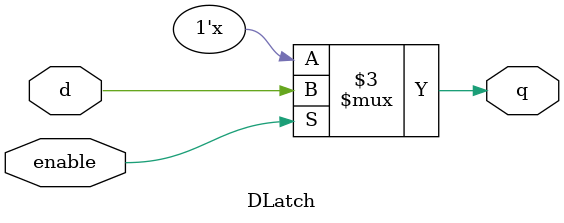
<source format=sv>
module DLatch (
    input  logic d, 
    input  logic enable,
    output logic q
);

    always_comb
        if (enable) q = d;
        
endmodule

</source>
